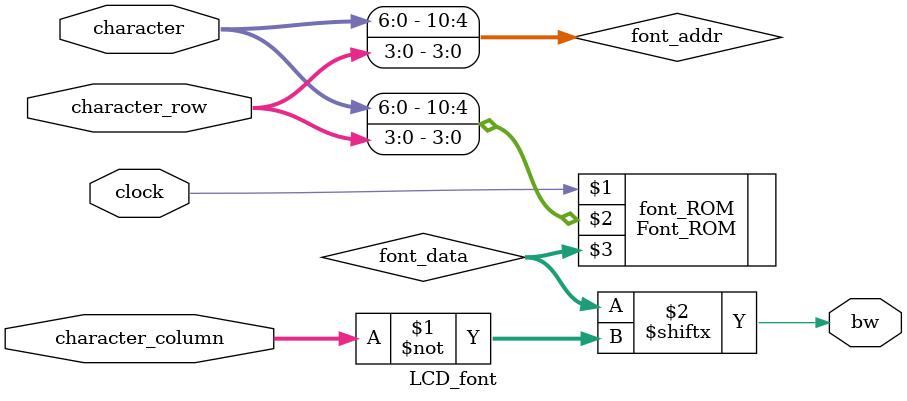
<source format=v>

module LCD_font(
    input wire clock,
    input wire [6:0] character,
    input wire [2:0] character_column,
    input wire [3:0] character_row,
    output wire bw
);

// Look up character row byte.
wire [10:0] font_addr = { character, character_row };
wire [7:0] font_data;
Font_ROM font_ROM(clock, font_addr, font_data);

// The ~ trick is to reverse the order of the bits in font_data.
assign bw = font_data[~character_column];

endmodule

</source>
